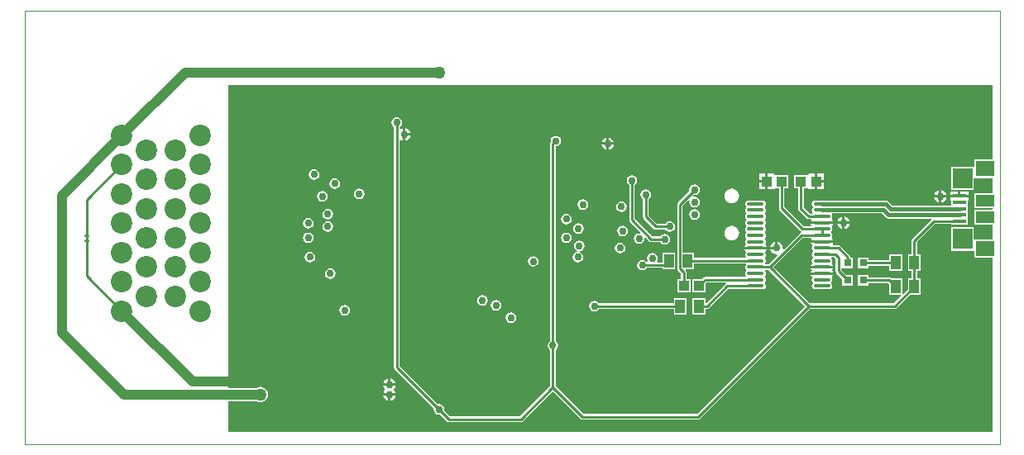
<source format=gbl>
G04*
G04 #@! TF.GenerationSoftware,Altium Limited,Altium Designer,18.1.6 (161)*
G04*
G04 Layer_Physical_Order=2*
G04 Layer_Color=16711680*
%FSLAX25Y25*%
%MOIN*%
G70*
G01*
G75*
%ADD16C,0.01000*%
%ADD17C,0.00100*%
%ADD20R,0.03150X0.03150*%
%ADD21R,0.03937X0.05512*%
%ADD29R,0.04134X0.04134*%
%ADD47C,0.04000*%
%ADD48C,0.08661*%
%ADD49C,0.03000*%
%ADD50C,0.05000*%
%ADD51R,0.07480X0.04724*%
%ADD52R,0.07480X0.06299*%
%ADD53R,0.07874X0.08268*%
%ADD54R,0.05315X0.01575*%
G04:AMPARAMS|DCode=55|XSize=10mil|YSize=19mil|CornerRadius=2.5mil|HoleSize=0mil|Usage=FLASHONLY|Rotation=270.000|XOffset=0mil|YOffset=0mil|HoleType=Round|Shape=RoundedRectangle|*
%AMROUNDEDRECTD55*
21,1,0.01000,0.01400,0,0,270.0*
21,1,0.00500,0.01900,0,0,270.0*
1,1,0.00500,-0.00700,-0.00250*
1,1,0.00500,-0.00700,0.00250*
1,1,0.00500,0.00700,0.00250*
1,1,0.00500,0.00700,-0.00250*
%
%ADD55ROUNDEDRECTD55*%
%ADD56O,0.07087X0.01378*%
%ADD57C,0.01500*%
G36*
X390000Y114891D02*
X382926D01*
Y112241D01*
X382551Y111939D01*
X382426Y111939D01*
X373477D01*
Y102471D01*
X382551D01*
Y107090D01*
X382926Y107392D01*
X383051Y107392D01*
X390000D01*
Y101309D01*
X382926D01*
Y95384D01*
X390000D01*
Y94616D01*
X382926D01*
Y88691D01*
X390000D01*
Y82608D01*
X383051D01*
X382926Y82608D01*
X382551Y82910D01*
Y87529D01*
X373477D01*
Y78061D01*
X382426D01*
X382551Y78061D01*
X382926Y77759D01*
Y75109D01*
X390000D01*
Y5000D01*
X82279Y5000D01*
Y17378D01*
X93325D01*
X93437Y17292D01*
X94191Y16980D01*
X95000Y16873D01*
X95809Y16980D01*
X96563Y17292D01*
X97211Y17789D01*
X97708Y18437D01*
X98020Y19191D01*
X98127Y20000D01*
X98020Y20809D01*
X97708Y21563D01*
X97211Y22211D01*
X96563Y22708D01*
X95809Y23020D01*
X95000Y23127D01*
X94191Y23020D01*
X93437Y22708D01*
X93325Y22622D01*
X82279D01*
Y145000D01*
X390000Y145000D01*
Y114891D01*
D02*
G37*
%LPC*%
G36*
X153500Y127450D02*
Y125500D01*
X155449D01*
X155355Y125976D01*
X154802Y126802D01*
X153975Y127355D01*
X153500Y127450D01*
D02*
G37*
G36*
X155449Y124500D02*
X153500D01*
Y122550D01*
X153975Y122645D01*
X154802Y123198D01*
X155355Y124024D01*
X155449Y124500D01*
D02*
G37*
G36*
X235500Y123699D02*
Y121749D01*
X237450D01*
X237355Y122225D01*
X236802Y123052D01*
X235976Y123604D01*
X235500Y123699D01*
D02*
G37*
G36*
X234500D02*
X234025Y123604D01*
X233198Y123052D01*
X232645Y122225D01*
X232551Y121749D01*
X234500D01*
Y123699D01*
D02*
G37*
G36*
X237450Y120749D02*
X235500D01*
Y118800D01*
X235976Y118895D01*
X236802Y119447D01*
X237355Y120274D01*
X237450Y120749D01*
D02*
G37*
G36*
X234500D02*
X232551D01*
X232645Y120274D01*
X233198Y119447D01*
X234025Y118895D01*
X234500Y118800D01*
Y120749D01*
D02*
G37*
G36*
X116670Y110980D02*
X115851Y110817D01*
X115156Y110353D01*
X114692Y109658D01*
X114529Y108839D01*
X114692Y108019D01*
X115156Y107325D01*
X115851Y106860D01*
X116670Y106697D01*
X117490Y106860D01*
X118184Y107325D01*
X118649Y108019D01*
X118812Y108839D01*
X118649Y109658D01*
X118184Y110353D01*
X117490Y110817D01*
X116670Y110980D01*
D02*
G37*
G36*
X298555Y109118D02*
X295988D01*
Y106552D01*
X298555D01*
Y109118D01*
D02*
G37*
G36*
X322104D02*
X319537D01*
Y106552D01*
X322104D01*
Y109118D01*
D02*
G37*
G36*
X125000Y107279D02*
X124181Y107116D01*
X123486Y106651D01*
X123022Y105957D01*
X122859Y105137D01*
X123022Y104318D01*
X123486Y103623D01*
X124181Y103159D01*
X125000Y102996D01*
X125819Y103159D01*
X126514Y103623D01*
X126978Y104318D01*
X127141Y105137D01*
X126978Y105957D01*
X126514Y106651D01*
X125819Y107116D01*
X125000Y107279D01*
D02*
G37*
G36*
X322104Y105552D02*
X319537D01*
Y102985D01*
X322104D01*
Y105552D01*
D02*
G37*
G36*
X150000Y131965D02*
X149181Y131802D01*
X148486Y131338D01*
X148022Y130643D01*
X147859Y129824D01*
X148022Y129004D01*
X148486Y128310D01*
X148878Y128048D01*
Y31000D01*
X148878Y31000D01*
X148964Y30571D01*
X149207Y30207D01*
X164951Y14463D01*
X164859Y14000D01*
X165022Y13181D01*
X165486Y12486D01*
X166181Y12022D01*
X167000Y11859D01*
X167463Y11951D01*
X170207Y9207D01*
X170207Y9207D01*
X170571Y8964D01*
X171000Y8878D01*
X200000D01*
X200000Y8878D01*
X200429Y8964D01*
X200793Y9207D01*
X212953Y21367D01*
X224113Y10207D01*
X224476Y9964D01*
X224905Y9878D01*
X224906Y9878D01*
X271430D01*
X271430Y9878D01*
X271860Y9964D01*
X272223Y10207D01*
X316552Y54536D01*
X350660D01*
X350660Y54536D01*
X351090Y54621D01*
X351453Y54864D01*
X356821Y60232D01*
X361159D01*
Y66943D01*
X359712D01*
Y69818D01*
X361159D01*
Y76530D01*
X359712D01*
Y81535D01*
X366937Y88760D01*
X373477D01*
Y88494D01*
X379992D01*
Y91053D01*
Y93613D01*
Y98331D01*
X380392D01*
Y99618D01*
X376734D01*
X373077D01*
Y98331D01*
X373477D01*
Y96376D01*
X349553D01*
X347973Y97956D01*
X347527Y98255D01*
X347000Y98360D01*
X325828D01*
X325679Y98389D01*
X321386D01*
X321073Y98327D01*
X318531D01*
X318029Y98227D01*
X317602Y97942D01*
X317317Y97516D01*
X317217Y97013D01*
X317317Y96510D01*
X317602Y96083D01*
X317676Y96034D01*
Y95432D01*
X317602Y95383D01*
X317317Y94956D01*
X317217Y94454D01*
X317317Y93951D01*
X317602Y93524D01*
X317615Y93516D01*
X317463Y93016D01*
X316505D01*
X314056Y95465D01*
Y103385D01*
X315470D01*
X315602Y103385D01*
X315970Y103067D01*
Y102985D01*
X318537D01*
Y106052D01*
Y109118D01*
X315970D01*
Y109036D01*
X315602Y108719D01*
X315470Y108719D01*
X310268D01*
Y103385D01*
X311813D01*
Y95000D01*
X311813Y95000D01*
X311899Y94571D01*
X312142Y94207D01*
X315247Y91101D01*
X315247Y91101D01*
X315611Y90858D01*
X316040Y90773D01*
X316040Y90773D01*
X316859D01*
X317127Y90273D01*
X316940Y89995D01*
X316909Y89836D01*
X321386D01*
X325863D01*
X325831Y89995D01*
X325458Y90553D01*
X325421Y90578D01*
X325346Y91229D01*
X325454Y91392D01*
X325554Y91895D01*
X325454Y92397D01*
X325334Y92577D01*
X325602Y93077D01*
X325679D01*
X325828Y93107D01*
X345394D01*
X347033Y91468D01*
X347033Y91468D01*
X347480Y91169D01*
X348007Y91065D01*
X348007Y91065D01*
X365384D01*
X365433Y91000D01*
X365569Y90565D01*
X357798Y82793D01*
X357554Y82429D01*
X357469Y82000D01*
X357469Y82000D01*
Y76530D01*
X356022D01*
Y69818D01*
X357469D01*
Y66943D01*
X356022D01*
Y62605D01*
X354141Y60724D01*
X353679Y60915D01*
Y66943D01*
X349339D01*
X348980Y67183D01*
X348551Y67268D01*
X348551Y67268D01*
X340175D01*
Y68321D01*
X335825D01*
Y63972D01*
X340175D01*
Y65025D01*
X348087D01*
X348542Y64570D01*
Y60232D01*
X352995D01*
X353187Y59770D01*
X350196Y56779D01*
X316552D01*
X301909Y71422D01*
X313583Y83096D01*
X316859D01*
X317127Y82596D01*
X316940Y82317D01*
X316909Y82158D01*
X321386D01*
X325863D01*
X325831Y82317D01*
X325458Y82876D01*
X325421Y82901D01*
X325346Y83552D01*
X325454Y83714D01*
X325554Y84217D01*
X325454Y84720D01*
X325169Y85147D01*
X325095Y85196D01*
Y85798D01*
X325169Y85847D01*
X325454Y86273D01*
X325554Y86776D01*
X325454Y87279D01*
X325346Y87442D01*
X325421Y88093D01*
X325458Y88118D01*
X325831Y88677D01*
X325863Y88836D01*
X321386D01*
X316909D01*
X316940Y88677D01*
X317127Y88398D01*
X316859Y87898D01*
X313992D01*
X306279Y95611D01*
Y103385D01*
X307824D01*
Y108719D01*
X302622D01*
X302490Y108719D01*
X302122Y109036D01*
Y109118D01*
X299555D01*
Y106052D01*
Y102985D01*
X302122D01*
Y103067D01*
X302490Y103385D01*
X302622Y103385D01*
X304036D01*
Y95146D01*
X304036Y95146D01*
X304121Y94717D01*
X304364Y94353D01*
X312734Y85983D01*
X312734Y85983D01*
X312978Y85821D01*
X312935Y85327D01*
X312925Y85300D01*
X312689Y85254D01*
X312325Y85010D01*
X312325Y85010D01*
X305971Y78656D01*
X305510Y78902D01*
X305549Y79099D01*
X305355Y80075D01*
X304802Y80902D01*
X303976Y81454D01*
X303500Y81549D01*
Y79099D01*
X303000D01*
Y78599D01*
X300551D01*
X300645Y78124D01*
X301198Y77297D01*
X302025Y76744D01*
X303000Y76550D01*
X303197Y76590D01*
X303443Y76129D01*
X299858Y72544D01*
X298537D01*
X298386Y73044D01*
X298398Y73052D01*
X298683Y73478D01*
X298783Y73981D01*
X298683Y74484D01*
X298398Y74910D01*
X298324Y74960D01*
Y75561D01*
X298398Y75611D01*
X298683Y76037D01*
X298783Y76540D01*
X298683Y77043D01*
X298574Y77205D01*
X298649Y77857D01*
X298686Y77882D01*
X299060Y78440D01*
X299091Y78599D01*
X294614D01*
X290137D01*
X290169Y78440D01*
X290542Y77882D01*
X290579Y77857D01*
X290654Y77205D01*
X290546Y77043D01*
X290446Y76540D01*
X290546Y76037D01*
X290831Y75611D01*
X290843Y75603D01*
X290691Y75103D01*
X269734D01*
Y77356D01*
X265218D01*
Y96234D01*
X267529Y98545D01*
X267989Y98298D01*
X267859Y97641D01*
X268022Y96822D01*
X268486Y96127D01*
X269181Y95663D01*
X270000Y95500D01*
X270819Y95663D01*
X271514Y96127D01*
X271978Y96822D01*
X272141Y97641D01*
X271978Y98461D01*
X271514Y99155D01*
X270819Y99620D01*
X270000Y99782D01*
X269343Y99652D01*
X269097Y100113D01*
X269537Y100553D01*
X270000Y100461D01*
X270819Y100624D01*
X271514Y101088D01*
X271978Y101783D01*
X272141Y102602D01*
X271978Y103421D01*
X271514Y104116D01*
X270819Y104580D01*
X270000Y104743D01*
X269181Y104580D01*
X268486Y104116D01*
X268022Y103421D01*
X267859Y102602D01*
X267951Y102139D01*
X263304Y97492D01*
X263061Y97128D01*
X262975Y96699D01*
X262975Y96699D01*
Y70789D01*
X262975Y70789D01*
X263061Y70359D01*
X263304Y69995D01*
X264516Y68783D01*
Y66412D01*
X262971D01*
Y61078D01*
X268305D01*
Y66412D01*
X266759D01*
Y69248D01*
X266759Y69248D01*
X266674Y69677D01*
X266431Y70041D01*
X266431Y70041D01*
X266289Y70182D01*
X266481Y70644D01*
X269734D01*
Y72860D01*
X290691D01*
X290843Y72360D01*
X290831Y72351D01*
X290546Y71925D01*
X290446Y71422D01*
X290546Y70919D01*
X290831Y70493D01*
X290905Y70443D01*
Y69842D01*
X290831Y69792D01*
X290546Y69366D01*
X290446Y68863D01*
X290546Y68360D01*
X290831Y67934D01*
X290843Y67926D01*
X290691Y67426D01*
X274299D01*
X274299Y67426D01*
X273870Y67340D01*
X273506Y67097D01*
X273506Y67097D01*
X272821Y66412D01*
X269073D01*
Y61078D01*
X274407D01*
Y64826D01*
X274764Y65182D01*
X282475D01*
X282627Y64682D01*
X282410Y64538D01*
X282410Y64538D01*
X274809Y56936D01*
X274309Y57143D01*
Y59013D01*
X269172D01*
Y52301D01*
X274309D01*
Y54536D01*
X275116D01*
X275116Y54536D01*
X275545Y54621D01*
X275909Y54864D01*
X283668Y62623D01*
X291118D01*
X291257Y62531D01*
X291760Y62431D01*
X297468D01*
X297971Y62531D01*
X298398Y62816D01*
X298683Y63242D01*
X298783Y63745D01*
X298683Y64248D01*
X298398Y64674D01*
X298324Y64724D01*
Y65325D01*
X298398Y65375D01*
X298683Y65801D01*
X298783Y66304D01*
X298683Y66807D01*
X298398Y67233D01*
X298324Y67283D01*
Y67884D01*
X298398Y67934D01*
X298683Y68360D01*
X298783Y68863D01*
X298683Y69366D01*
X298398Y69792D01*
X298386Y69801D01*
X298537Y70301D01*
X299858D01*
X314502Y55657D01*
X270966Y12122D01*
X225370D01*
X214074Y23417D01*
Y38027D01*
X214467Y38289D01*
X214931Y38984D01*
X215094Y39803D01*
X214931Y40622D01*
X214467Y41317D01*
X214074Y41579D01*
Y120089D01*
X214110Y120118D01*
X214929Y120281D01*
X215624Y120745D01*
X216088Y121440D01*
X216251Y122259D01*
X216088Y123079D01*
X215624Y123773D01*
X214929Y124237D01*
X214110Y124400D01*
X213290Y124237D01*
X212596Y123773D01*
X212132Y123079D01*
X211968Y122259D01*
X212068Y121758D01*
X211917Y121532D01*
X211831Y121102D01*
X211831Y121102D01*
Y41579D01*
X211439Y41317D01*
X210975Y40622D01*
X210812Y39803D01*
X210975Y38984D01*
X211439Y38289D01*
X211831Y38027D01*
Y23417D01*
X199535Y11122D01*
X171465D01*
X169049Y13537D01*
X169141Y14000D01*
X168978Y14819D01*
X168514Y15514D01*
X167819Y15978D01*
X167000Y16141D01*
X166537Y16049D01*
X151122Y31465D01*
Y122647D01*
X151622Y122914D01*
X152024Y122645D01*
X152500Y122550D01*
Y125000D01*
Y127450D01*
X152024Y127355D01*
X151622Y127086D01*
X151122Y127353D01*
Y128048D01*
X151514Y128310D01*
X151978Y129004D01*
X152141Y129824D01*
X151978Y130643D01*
X151514Y131338D01*
X150819Y131802D01*
X150000Y131965D01*
D02*
G37*
G36*
X298555Y105552D02*
X295988D01*
Y102985D01*
X298555D01*
Y105552D01*
D02*
G37*
G36*
X380392Y101906D02*
X377234D01*
Y100618D01*
X380392D01*
Y101906D01*
D02*
G37*
G36*
X376234D02*
X373077D01*
Y100618D01*
X376234D01*
Y101906D01*
D02*
G37*
G36*
X369500Y102450D02*
Y100500D01*
X371449D01*
X371355Y100976D01*
X370802Y101802D01*
X369975Y102355D01*
X369500Y102450D01*
D02*
G37*
G36*
X368500D02*
X368024Y102355D01*
X367198Y101802D01*
X366645Y100976D01*
X366550Y100500D01*
X368500D01*
Y102450D01*
D02*
G37*
G36*
X134925Y103106D02*
X134106Y102943D01*
X133412Y102479D01*
X132947Y101784D01*
X132784Y100965D01*
X132947Y100145D01*
X133412Y99451D01*
X134106Y98986D01*
X134925Y98823D01*
X135745Y98986D01*
X136440Y99451D01*
X136904Y100145D01*
X137067Y100965D01*
X136904Y101784D01*
X136440Y102479D01*
X135745Y102943D01*
X134925Y103106D01*
D02*
G37*
G36*
X120000Y102141D02*
X119181Y101978D01*
X118486Y101514D01*
X118022Y100819D01*
X117859Y100000D01*
X118022Y99181D01*
X118486Y98486D01*
X119181Y98022D01*
X120000Y97859D01*
X120819Y98022D01*
X121514Y98486D01*
X121978Y99181D01*
X122141Y100000D01*
X121978Y100819D01*
X121514Y101514D01*
X120819Y101978D01*
X120000Y102141D01*
D02*
G37*
G36*
X371449Y99500D02*
X369500D01*
Y97550D01*
X369975Y97645D01*
X370802Y98198D01*
X371355Y99024D01*
X371449Y99500D01*
D02*
G37*
G36*
X368500D02*
X366550D01*
X366645Y99024D01*
X367198Y98198D01*
X368024Y97645D01*
X368500Y97550D01*
Y99500D01*
D02*
G37*
G36*
X285000Y103135D02*
X284225Y103033D01*
X283503Y102734D01*
X282883Y102259D01*
X282407Y101638D01*
X282108Y100916D01*
X282006Y100141D01*
X282108Y99366D01*
X282407Y98644D01*
X282883Y98024D01*
X283503Y97548D01*
X284225Y97249D01*
X285000Y97147D01*
X285775Y97249D01*
X286497Y97548D01*
X287117Y98024D01*
X287593Y98644D01*
X287892Y99366D01*
X287994Y100141D01*
X287892Y100916D01*
X287593Y101638D01*
X287117Y102259D01*
X286497Y102734D01*
X285775Y103033D01*
X285000Y103135D01*
D02*
G37*
G36*
X225000Y98838D02*
X224181Y98675D01*
X223486Y98210D01*
X223022Y97516D01*
X222859Y96696D01*
X223022Y95877D01*
X223486Y95182D01*
X224181Y94718D01*
X225000Y94555D01*
X225819Y94718D01*
X226514Y95182D01*
X226978Y95877D01*
X227141Y96696D01*
X226978Y97516D01*
X226514Y98210D01*
X225819Y98675D01*
X225000Y98838D01*
D02*
G37*
G36*
X240500Y97944D02*
X239681Y97781D01*
X238986Y97317D01*
X238522Y96623D01*
X238359Y95803D01*
X238522Y94984D01*
X238986Y94289D01*
X239681Y93825D01*
X240500Y93662D01*
X241320Y93825D01*
X242014Y94289D01*
X242479Y94984D01*
X242642Y95803D01*
X242479Y96623D01*
X242014Y97317D01*
X241320Y97781D01*
X240500Y97944D01*
D02*
G37*
G36*
X122241Y94901D02*
X121421Y94738D01*
X120727Y94273D01*
X120262Y93579D01*
X120099Y92759D01*
X120262Y91940D01*
X120727Y91245D01*
X121421Y90781D01*
X122241Y90618D01*
X123060Y90781D01*
X123755Y91245D01*
X124219Y91940D01*
X124382Y92759D01*
X124219Y93579D01*
X123755Y94273D01*
X123060Y94738D01*
X122241Y94901D01*
D02*
G37*
G36*
X270000Y94782D02*
X269181Y94620D01*
X268486Y94155D01*
X268022Y93461D01*
X267859Y92641D01*
X268022Y91822D01*
X268486Y91127D01*
X269181Y90663D01*
X270000Y90500D01*
X270819Y90663D01*
X271514Y91127D01*
X271978Y91822D01*
X272141Y92641D01*
X271978Y93461D01*
X271514Y94155D01*
X270819Y94620D01*
X270000Y94782D01*
D02*
G37*
G36*
X330500Y91785D02*
Y89836D01*
X332450D01*
X332355Y90311D01*
X331802Y91138D01*
X330976Y91690D01*
X330500Y91785D01*
D02*
G37*
G36*
X329500D02*
X329025Y91690D01*
X328198Y91138D01*
X327645Y90311D01*
X327551Y89836D01*
X329500D01*
Y91785D01*
D02*
G37*
G36*
X218315Y92932D02*
X217496Y92769D01*
X216801Y92305D01*
X216337Y91610D01*
X216174Y90791D01*
X216337Y89972D01*
X216801Y89277D01*
X217496Y88813D01*
X218315Y88650D01*
X219134Y88813D01*
X219829Y89277D01*
X220293Y89972D01*
X220456Y90791D01*
X220293Y91610D01*
X219829Y92305D01*
X219134Y92769D01*
X218315Y92932D01*
D02*
G37*
G36*
X114315Y91295D02*
X113496Y91132D01*
X112801Y90668D01*
X112337Y89973D01*
X112174Y89153D01*
X112337Y88334D01*
X112801Y87639D01*
X113496Y87175D01*
X114315Y87012D01*
X115134Y87175D01*
X115829Y87639D01*
X116293Y88334D01*
X116456Y89153D01*
X116293Y89973D01*
X115829Y90668D01*
X115134Y91132D01*
X114315Y91295D01*
D02*
G37*
G36*
X332450Y88836D02*
X330500D01*
Y86886D01*
X330976Y86980D01*
X331802Y87533D01*
X332355Y88360D01*
X332450Y88836D01*
D02*
G37*
G36*
X329500D02*
X327551D01*
X327645Y88360D01*
X328198Y87533D01*
X329025Y86980D01*
X329500Y86886D01*
Y88836D01*
D02*
G37*
G36*
X250374Y102775D02*
X249555Y102612D01*
X248860Y102147D01*
X248396Y101453D01*
X248233Y100633D01*
X248396Y99814D01*
X248860Y99119D01*
X249253Y98857D01*
Y91754D01*
X249252Y91754D01*
X249338Y91325D01*
X249581Y90961D01*
X253575Y86966D01*
X253575Y86966D01*
X253939Y86723D01*
X254368Y86638D01*
X258224D01*
X258486Y86245D01*
X259181Y85781D01*
X260000Y85618D01*
X260819Y85781D01*
X261514Y86245D01*
X261978Y86940D01*
X262141Y87759D01*
X261978Y88579D01*
X261514Y89273D01*
X260819Y89738D01*
X260000Y89901D01*
X259181Y89738D01*
X258486Y89273D01*
X258224Y88881D01*
X254833D01*
X251496Y92218D01*
Y98857D01*
X251888Y99119D01*
X252352Y99814D01*
X252515Y100633D01*
X252352Y101453D01*
X251888Y102147D01*
X251193Y102612D01*
X250374Y102775D01*
D02*
G37*
G36*
X122241Y89901D02*
X121421Y89738D01*
X120727Y89273D01*
X120262Y88579D01*
X120099Y87759D01*
X120262Y86940D01*
X120727Y86245D01*
X121421Y85781D01*
X122241Y85618D01*
X123060Y85781D01*
X123755Y86245D01*
X124219Y86940D01*
X124382Y87759D01*
X124219Y88579D01*
X123755Y89273D01*
X123060Y89738D01*
X122241Y89901D01*
D02*
G37*
G36*
X244783Y108521D02*
X243964Y108358D01*
X243269Y107894D01*
X242805Y107199D01*
X242642Y106380D01*
X242805Y105560D01*
X243269Y104866D01*
X243662Y104604D01*
Y90476D01*
X243662Y90476D01*
X243747Y90047D01*
X243990Y89683D01*
X248204Y85469D01*
X247958Y85009D01*
X247709Y85058D01*
X246890Y84895D01*
X246195Y84431D01*
X245731Y83736D01*
X245568Y82917D01*
X245731Y82098D01*
X246195Y81403D01*
X246890Y80939D01*
X247709Y80776D01*
X248529Y80939D01*
X249223Y81403D01*
X249687Y82098D01*
X249850Y82917D01*
X249801Y83165D01*
X250262Y83412D01*
X251825Y81848D01*
X251825Y81848D01*
X252189Y81605D01*
X252618Y81520D01*
X252618Y81520D01*
X256224D01*
X256486Y81127D01*
X257181Y80663D01*
X258000Y80500D01*
X258819Y80663D01*
X259514Y81127D01*
X259978Y81822D01*
X260141Y82641D01*
X259978Y83461D01*
X259514Y84155D01*
X258819Y84619D01*
X258000Y84782D01*
X257181Y84619D01*
X256486Y84155D01*
X256224Y83763D01*
X253083D01*
X245905Y90940D01*
Y104604D01*
X246298Y104866D01*
X246762Y105560D01*
X246925Y106380D01*
X246762Y107199D01*
X246298Y107894D01*
X245603Y108358D01*
X244783Y108521D01*
D02*
G37*
G36*
X223178Y89141D02*
X222358Y88978D01*
X221664Y88514D01*
X221199Y87819D01*
X221037Y87000D01*
X221199Y86181D01*
X221664Y85486D01*
X222358Y85022D01*
X223178Y84859D01*
X223997Y85022D01*
X224692Y85486D01*
X225156Y86181D01*
X225319Y87000D01*
X225156Y87819D01*
X224692Y88514D01*
X223997Y88978D01*
X223178Y89141D01*
D02*
G37*
G36*
X241075Y88141D02*
X240255Y87978D01*
X239561Y87514D01*
X239097Y86819D01*
X238934Y86000D01*
X239097Y85181D01*
X239561Y84486D01*
X240255Y84022D01*
X241075Y83859D01*
X241894Y84022D01*
X242589Y84486D01*
X243053Y85181D01*
X243216Y86000D01*
X243053Y86819D01*
X242589Y87514D01*
X241894Y87978D01*
X241075Y88141D01*
D02*
G37*
G36*
X285000Y88135D02*
X284225Y88033D01*
X283503Y87734D01*
X282883Y87258D01*
X282407Y86638D01*
X282108Y85916D01*
X282006Y85141D01*
X282108Y84366D01*
X282407Y83644D01*
X282883Y83024D01*
X283503Y82548D01*
X284225Y82249D01*
X285000Y82147D01*
X285775Y82249D01*
X286497Y82548D01*
X287117Y83024D01*
X287593Y83644D01*
X287892Y84366D01*
X287994Y85141D01*
X287892Y85916D01*
X287593Y86638D01*
X287117Y87258D01*
X286497Y87734D01*
X285775Y88033D01*
X285000Y88135D01*
D02*
G37*
G36*
X218315Y85389D02*
X217496Y85226D01*
X216801Y84762D01*
X216337Y84067D01*
X216174Y83248D01*
X216337Y82429D01*
X216801Y81734D01*
X217496Y81270D01*
X218315Y81107D01*
X219134Y81270D01*
X219829Y81734D01*
X220293Y82429D01*
X220456Y83248D01*
X220293Y84067D01*
X219829Y84762D01*
X219134Y85226D01*
X218315Y85389D01*
D02*
G37*
G36*
X114371D02*
X113551Y85226D01*
X112857Y84762D01*
X112392Y84067D01*
X112230Y83248D01*
X112392Y82429D01*
X112857Y81734D01*
X113551Y81270D01*
X114371Y81107D01*
X115190Y81270D01*
X115885Y81734D01*
X116349Y82429D01*
X116512Y83248D01*
X116349Y84067D01*
X115885Y84762D01*
X115190Y85226D01*
X114371Y85389D01*
D02*
G37*
G36*
X302500Y81549D02*
X302025Y81454D01*
X301198Y80902D01*
X300645Y80075D01*
X300551Y79599D01*
X302500D01*
Y81549D01*
D02*
G37*
G36*
X297468Y98327D02*
X291760D01*
X291257Y98227D01*
X290831Y97942D01*
X290546Y97516D01*
X290446Y97013D01*
X290546Y96510D01*
X290831Y96083D01*
X290905Y96034D01*
Y95432D01*
X290831Y95383D01*
X290546Y94956D01*
X290446Y94454D01*
X290546Y93951D01*
X290831Y93524D01*
X290905Y93475D01*
Y92873D01*
X290831Y92824D01*
X290546Y92397D01*
X290446Y91895D01*
X290546Y91392D01*
X290831Y90965D01*
X290905Y90916D01*
Y90314D01*
X290831Y90265D01*
X290546Y89838D01*
X290446Y89336D01*
X290546Y88833D01*
X290831Y88406D01*
X290905Y88357D01*
Y87755D01*
X290831Y87706D01*
X290546Y87279D01*
X290446Y86776D01*
X290546Y86273D01*
X290831Y85847D01*
X290905Y85798D01*
Y85196D01*
X290831Y85147D01*
X290546Y84720D01*
X290446Y84217D01*
X290546Y83714D01*
X290831Y83288D01*
X290905Y83239D01*
Y82637D01*
X290831Y82588D01*
X290546Y82161D01*
X290446Y81658D01*
X290546Y81155D01*
X290654Y80993D01*
X290579Y80342D01*
X290542Y80317D01*
X290169Y79758D01*
X290137Y79599D01*
X294614D01*
X299091D01*
X299060Y79758D01*
X298686Y80317D01*
X298649Y80342D01*
X298574Y80993D01*
X298683Y81155D01*
X298783Y81658D01*
X298683Y82161D01*
X298398Y82588D01*
X298324Y82637D01*
Y83239D01*
X298398Y83288D01*
X298683Y83714D01*
X298783Y84217D01*
X298683Y84720D01*
X298398Y85147D01*
X298324Y85196D01*
Y85798D01*
X298398Y85847D01*
X298683Y86273D01*
X298783Y86776D01*
X298683Y87279D01*
X298398Y87706D01*
X298324Y87755D01*
Y88357D01*
X298398Y88406D01*
X298683Y88833D01*
X298783Y89336D01*
X298683Y89838D01*
X298398Y90265D01*
X298324Y90314D01*
Y90916D01*
X298398Y90965D01*
X298683Y91392D01*
X298783Y91895D01*
X298683Y92397D01*
X298398Y92824D01*
X298324Y92873D01*
Y93475D01*
X298398Y93524D01*
X298683Y93951D01*
X298783Y94454D01*
X298683Y94956D01*
X298398Y95383D01*
X298324Y95432D01*
Y96034D01*
X298398Y96083D01*
X298683Y96510D01*
X298783Y97013D01*
X298683Y97516D01*
X298398Y97942D01*
X297971Y98227D01*
X297468Y98327D01*
D02*
G37*
G36*
X240000Y81240D02*
X239181Y81077D01*
X238486Y80613D01*
X238022Y79919D01*
X237859Y79099D01*
X238022Y78280D01*
X238486Y77585D01*
X239181Y77121D01*
X240000Y76958D01*
X240819Y77121D01*
X241514Y77585D01*
X241978Y78280D01*
X242141Y79099D01*
X241978Y79919D01*
X241514Y80613D01*
X240819Y81077D01*
X240000Y81240D01*
D02*
G37*
G36*
X353679Y76530D02*
X348542D01*
Y74296D01*
X340175D01*
Y75349D01*
X335825D01*
Y70999D01*
X340175D01*
Y72053D01*
X348542D01*
Y69818D01*
X353679D01*
Y76530D01*
D02*
G37*
G36*
X262253Y77356D02*
X257117D01*
Y73333D01*
X255075D01*
X254808Y73833D01*
X255069Y74224D01*
X255232Y75043D01*
X255069Y75862D01*
X254605Y76557D01*
X253910Y77021D01*
X253091Y77184D01*
X252271Y77021D01*
X251576Y76557D01*
X251112Y75862D01*
X250949Y75043D01*
X251112Y74224D01*
X251217Y74067D01*
X250955Y73559D01*
X250663Y73549D01*
X250546Y73725D01*
X249851Y74190D01*
X249031Y74353D01*
X248212Y74190D01*
X247517Y73725D01*
X247053Y73031D01*
X246890Y72211D01*
X247053Y71392D01*
X247517Y70697D01*
X248212Y70233D01*
X249031Y70070D01*
X249851Y70233D01*
X250546Y70697D01*
X250808Y71090D01*
X257117D01*
Y70644D01*
X262253D01*
Y77356D01*
D02*
G37*
G36*
X223570Y82141D02*
X222750Y81978D01*
X222056Y81514D01*
X221591Y80819D01*
X221428Y80000D01*
X221591Y79181D01*
X222056Y78486D01*
X222691Y78062D01*
X222703Y77821D01*
X222638Y77542D01*
X222181Y77451D01*
X221486Y76986D01*
X221022Y76292D01*
X220859Y75472D01*
X221022Y74653D01*
X221486Y73958D01*
X222181Y73494D01*
X223000Y73331D01*
X223819Y73494D01*
X224514Y73958D01*
X224978Y74653D01*
X225141Y75472D01*
X224978Y76292D01*
X224514Y76986D01*
X223879Y77411D01*
X223866Y77651D01*
X223932Y77931D01*
X224389Y78022D01*
X225084Y78486D01*
X225548Y79181D01*
X225711Y80000D01*
X225548Y80819D01*
X225084Y81514D01*
X224389Y81978D01*
X223570Y82141D01*
D02*
G37*
G36*
X115000Y77614D02*
X114181Y77451D01*
X113486Y76986D01*
X113022Y76292D01*
X112859Y75472D01*
X113022Y74653D01*
X113486Y73958D01*
X114181Y73494D01*
X115000Y73331D01*
X115819Y73494D01*
X116514Y73958D01*
X116978Y74653D01*
X117141Y75472D01*
X116978Y76292D01*
X116514Y76986D01*
X115819Y77451D01*
X115000Y77614D01*
D02*
G37*
G36*
X205000Y75872D02*
X204181Y75709D01*
X203486Y75245D01*
X203022Y74550D01*
X202859Y73731D01*
X203022Y72912D01*
X203486Y72217D01*
X204181Y71753D01*
X205000Y71590D01*
X205819Y71753D01*
X206514Y72217D01*
X206978Y72912D01*
X207141Y73731D01*
X206978Y74550D01*
X206514Y75245D01*
X205819Y75709D01*
X205000Y75872D01*
D02*
G37*
G36*
X325863Y70922D02*
X321386D01*
X316909D01*
X316940Y70763D01*
X317314Y70204D01*
Y70081D01*
X316940Y69522D01*
X316909Y69363D01*
X321386D01*
X325863D01*
X325831Y69522D01*
X325458Y70081D01*
Y70204D01*
X325831Y70763D01*
X325863Y70922D01*
D02*
G37*
G36*
X123235Y71004D02*
X122416Y70841D01*
X121721Y70377D01*
X121257Y69682D01*
X121094Y68863D01*
X121257Y68044D01*
X121721Y67349D01*
X122416Y66885D01*
X123235Y66722D01*
X124055Y66885D01*
X124749Y67349D01*
X125213Y68044D01*
X125376Y68863D01*
X125213Y69682D01*
X124749Y70377D01*
X124055Y70841D01*
X123235Y71004D01*
D02*
G37*
G36*
X325863Y81158D02*
X321386D01*
X316909D01*
X316940Y80999D01*
X317314Y80441D01*
X317351Y80416D01*
X317426Y79764D01*
X317317Y79602D01*
X317217Y79099D01*
X317317Y78596D01*
X317602Y78170D01*
X317676Y78120D01*
Y77519D01*
X317602Y77469D01*
X317317Y77043D01*
X317217Y76540D01*
X317317Y76037D01*
X317602Y75611D01*
X317676Y75561D01*
Y74960D01*
X317602Y74910D01*
X317317Y74484D01*
X317217Y73981D01*
X317317Y73478D01*
X317426Y73316D01*
X317351Y72664D01*
X317314Y72640D01*
X316940Y72081D01*
X316909Y71922D01*
X321386D01*
X325863D01*
X325831Y72081D01*
X325458Y72640D01*
X325421Y72664D01*
X325346Y73316D01*
X325454Y73478D01*
X325554Y73981D01*
X325454Y74484D01*
X325169Y74910D01*
X325157Y74919D01*
X325309Y75419D01*
X326250D01*
X326878Y74790D01*
Y69847D01*
X326878Y69847D01*
X326964Y69418D01*
X327207Y69054D01*
X329526Y66735D01*
Y63972D01*
X333876D01*
Y68321D01*
X331112D01*
X329130Y70304D01*
X329166Y70794D01*
X329526Y70999D01*
X333876D01*
Y75349D01*
X333303D01*
X332822Y75398D01*
X332737Y75828D01*
X332494Y76192D01*
X332494Y76192D01*
X328793Y79892D01*
X328429Y80136D01*
X328000Y80221D01*
X328000Y80221D01*
X325912D01*
X325645Y80721D01*
X325831Y80999D01*
X325863Y81158D01*
D02*
G37*
G36*
Y68363D02*
X321386D01*
X316909D01*
X316940Y68204D01*
X317314Y67645D01*
X317351Y67621D01*
X317426Y66969D01*
X317317Y66807D01*
X317217Y66304D01*
X317317Y65801D01*
X317602Y65375D01*
X317676Y65325D01*
Y64724D01*
X317602Y64674D01*
X317317Y64248D01*
X317217Y63745D01*
X317317Y63242D01*
X317602Y62816D01*
X318029Y62531D01*
X318531Y62431D01*
X324240D01*
X324743Y62531D01*
X325169Y62816D01*
X325454Y63242D01*
X325554Y63745D01*
X325454Y64248D01*
X325169Y64674D01*
X325095Y64724D01*
Y65325D01*
X325169Y65375D01*
X325454Y65801D01*
X325554Y66304D01*
X325454Y66807D01*
X325346Y66969D01*
X325421Y67621D01*
X325458Y67645D01*
X325831Y68204D01*
X325863Y68363D01*
D02*
G37*
G36*
X266828Y59013D02*
X261691D01*
Y56779D01*
X231534D01*
X231272Y57171D01*
X230577Y57635D01*
X229758Y57798D01*
X228938Y57635D01*
X228244Y57171D01*
X227780Y56477D01*
X227617Y55657D01*
X227780Y54838D01*
X228244Y54143D01*
X228938Y53679D01*
X229758Y53516D01*
X230577Y53679D01*
X231272Y54143D01*
X231534Y54536D01*
X261691D01*
Y52301D01*
X266828D01*
Y59013D01*
D02*
G37*
G36*
X184500Y60141D02*
X183681Y59978D01*
X182986Y59514D01*
X182522Y58819D01*
X182359Y58000D01*
X182522Y57181D01*
X182986Y56486D01*
X183681Y56022D01*
X184500Y55859D01*
X185319Y56022D01*
X186014Y56486D01*
X186478Y57181D01*
X186641Y58000D01*
X186478Y58819D01*
X186014Y59514D01*
X185319Y59978D01*
X184500Y60141D01*
D02*
G37*
G36*
X190000Y58141D02*
X189181Y57978D01*
X188486Y57514D01*
X188022Y56819D01*
X187859Y56000D01*
X188022Y55181D01*
X188486Y54486D01*
X189181Y54022D01*
X190000Y53859D01*
X190819Y54022D01*
X191514Y54486D01*
X191978Y55181D01*
X192141Y56000D01*
X191978Y56819D01*
X191514Y57514D01*
X190819Y57978D01*
X190000Y58141D01*
D02*
G37*
G36*
X129000Y56141D02*
X128181Y55978D01*
X127486Y55514D01*
X127022Y54819D01*
X126859Y54000D01*
X127022Y53181D01*
X127486Y52486D01*
X128181Y52022D01*
X129000Y51859D01*
X129819Y52022D01*
X130514Y52486D01*
X130978Y53181D01*
X131141Y54000D01*
X130978Y54819D01*
X130514Y55514D01*
X129819Y55978D01*
X129000Y56141D01*
D02*
G37*
G36*
X196000Y53141D02*
X195181Y52978D01*
X194486Y52514D01*
X194022Y51819D01*
X193859Y51000D01*
X194022Y50181D01*
X194486Y49486D01*
X195181Y49022D01*
X196000Y48859D01*
X196819Y49022D01*
X197514Y49486D01*
X197978Y50181D01*
X198141Y51000D01*
X197978Y51819D01*
X197514Y52514D01*
X196819Y52978D01*
X196000Y53141D01*
D02*
G37*
G36*
X147500Y26449D02*
Y24500D01*
X149450D01*
X149355Y24975D01*
X148802Y25802D01*
X147976Y26355D01*
X147500Y26449D01*
D02*
G37*
G36*
X146500D02*
X146025Y26355D01*
X145198Y25802D01*
X144645Y24975D01*
X144551Y24500D01*
X146500D01*
Y26449D01*
D02*
G37*
G36*
X149450Y23500D02*
X144551D01*
X144645Y23024D01*
X145198Y22198D01*
Y21802D01*
X144645Y20976D01*
X144551Y20500D01*
X149450D01*
X149355Y20976D01*
X148802Y21802D01*
Y22198D01*
X149355Y23024D01*
X149450Y23500D01*
D02*
G37*
G36*
Y19500D02*
X147500D01*
Y17550D01*
X147976Y17645D01*
X148802Y18198D01*
X149355Y19025D01*
X149450Y19500D01*
D02*
G37*
G36*
X146500D02*
X144551D01*
X144645Y19025D01*
X145198Y18198D01*
X146025Y17645D01*
X146500Y17550D01*
Y19500D01*
D02*
G37*
%LPD*%
D16*
X271430Y11000D02*
X316088Y55657D01*
X224905Y11000D02*
X271430D01*
X264097Y96699D02*
X270000Y102602D01*
X264097Y70789D02*
Y96699D01*
Y70789D02*
X265638Y69248D01*
Y63745D02*
Y69248D01*
X254368Y87759D02*
X260000D01*
X252618Y82641D02*
X258000D01*
X250374Y91754D02*
X254368Y87759D01*
X244783Y90476D02*
X252618Y82641D01*
X250374Y91754D02*
Y100633D01*
X244783Y90476D02*
Y106380D01*
X270000Y101606D02*
Y102602D01*
X212953Y121102D02*
X214110Y122259D01*
X212953Y39803D02*
Y121102D01*
X214110Y122259D02*
Y122796D01*
X212953Y22953D02*
X224905Y11000D01*
X150000Y31000D02*
Y129824D01*
Y31000D02*
X167000Y14000D01*
X350660Y55657D02*
X358591Y63587D01*
X316088Y55657D02*
X350660D01*
X300323Y71422D02*
X316088Y55657D01*
X212953Y22953D02*
Y39803D01*
X200000Y10000D02*
X212953Y22953D01*
X171000Y10000D02*
X200000D01*
X167000Y14000D02*
X171000Y10000D01*
X25000Y98524D02*
X39252Y112776D01*
X25000Y83750D02*
Y98524D01*
Y67972D02*
Y81750D01*
Y67972D02*
X39252Y53720D01*
X25000Y81750D02*
Y83750D01*
X267165Y74000D02*
X267184Y73981D01*
X249031Y72211D02*
X257896D01*
X259685Y74000D01*
X229758Y55657D02*
X264260D01*
X358591Y82000D02*
X366472Y89882D01*
X305157Y95146D02*
X313527Y86776D01*
X275116Y55657D02*
X283203Y63745D01*
X321386Y79099D02*
X328000D01*
X313527Y86776D02*
X321386D01*
X300323Y71422D02*
X313118Y84217D01*
X366472Y89882D02*
X376734D01*
X338000Y66146D02*
X348551D01*
X351110Y63587D01*
X338000Y73174D02*
X351110D01*
X321386Y76540D02*
X326714D01*
X313118Y84217D02*
X321386D01*
X316040Y91895D02*
X321386D01*
X274299Y66304D02*
X294614D01*
X283203Y63745D02*
X294614D01*
X267184Y73981D02*
X294614D01*
X358591Y73174D02*
Y82000D01*
Y63587D02*
Y73174D01*
X328000Y79099D02*
X331701Y75398D01*
X328000Y69847D02*
Y75255D01*
X321386Y84217D02*
Y86776D01*
X312935Y95000D02*
X316040Y91895D01*
X312935Y95000D02*
Y106052D01*
X305157Y95146D02*
Y106052D01*
X294614Y71422D02*
X300323D01*
X328000Y69847D02*
X331701Y66146D01*
Y73174D02*
Y75398D01*
X326714Y76540D02*
X328000Y75255D01*
X271740Y55657D02*
X275116D01*
X271740Y63745D02*
X274299Y66304D01*
D17*
X0Y0D02*
Y175000D01*
X393000D01*
Y0D02*
Y175000D01*
X0Y0D02*
X393000D01*
D20*
X338000Y66146D02*
D03*
X331701D02*
D03*
Y73174D02*
D03*
X338000D02*
D03*
D21*
X351110D02*
D03*
X358591D02*
D03*
X351110Y63587D02*
D03*
X358591D02*
D03*
X267165Y74000D02*
D03*
X259685D02*
D03*
X271740Y55657D02*
D03*
X264260D02*
D03*
D29*
X265638Y63745D02*
D03*
X271740D02*
D03*
X305157Y106052D02*
D03*
X299055D02*
D03*
X312935D02*
D03*
X319037D02*
D03*
D47*
X67795Y25177D02*
X105000D01*
X39252Y53720D02*
X67795Y25177D01*
X40000Y20000D02*
X95000D01*
X15000Y45000D02*
X40000Y20000D01*
X15000Y45000D02*
Y100335D01*
X39252Y124587D01*
X64665Y150000D02*
X166965D01*
X39252Y124587D02*
X64665Y150000D01*
D48*
X39252Y53720D02*
D03*
Y65531D02*
D03*
Y77342D02*
D03*
Y89153D02*
D03*
Y100965D02*
D03*
Y112776D02*
D03*
Y124587D02*
D03*
X60905Y59626D02*
D03*
Y71437D02*
D03*
Y83248D02*
D03*
Y95059D02*
D03*
Y106870D02*
D03*
Y118681D02*
D03*
X70748Y53720D02*
D03*
Y65531D02*
D03*
Y77342D02*
D03*
Y89153D02*
D03*
Y100965D02*
D03*
Y112776D02*
D03*
Y124587D02*
D03*
X49095Y118681D02*
D03*
Y106870D02*
D03*
Y95059D02*
D03*
Y83248D02*
D03*
Y71437D02*
D03*
Y59626D02*
D03*
D49*
X270000Y92641D02*
D03*
X260000Y87759D02*
D03*
X258000Y82641D02*
D03*
X270000Y97641D02*
D03*
X247709Y82917D02*
D03*
X250374Y100633D02*
D03*
X244783Y106380D02*
D03*
X270000Y102602D02*
D03*
X240500Y95803D02*
D03*
X205000Y73731D02*
D03*
X214110Y122259D02*
D03*
X235000Y121249D02*
D03*
X150000Y129824D02*
D03*
X153000Y125000D02*
D03*
X147000Y20000D02*
D03*
Y24000D02*
D03*
X369000Y100000D02*
D03*
X330000Y89336D02*
D03*
X303000Y79099D02*
D03*
X212953Y39803D02*
D03*
X167000Y14000D02*
D03*
X196000Y51000D02*
D03*
X190000Y56000D02*
D03*
X129000Y54000D02*
D03*
X184500Y58000D02*
D03*
X223570Y80000D02*
D03*
X223000Y75472D02*
D03*
X218315Y83248D02*
D03*
X223178Y87000D02*
D03*
X218315Y90791D02*
D03*
X241075Y86000D02*
D03*
X225000Y96696D02*
D03*
X240000Y79099D02*
D03*
X253091Y75043D02*
D03*
X115000Y75472D02*
D03*
X114371Y83248D02*
D03*
X114315Y89153D02*
D03*
X122241Y87759D02*
D03*
Y92759D02*
D03*
X120000Y100000D02*
D03*
X116670Y108839D02*
D03*
X125000Y105137D02*
D03*
X134925Y100965D02*
D03*
X123235Y68863D02*
D03*
X249031Y72211D02*
D03*
X229758Y55657D02*
D03*
D50*
X95000Y20000D02*
D03*
X166965Y150000D02*
D03*
D51*
X387266Y98347D02*
D03*
Y91654D02*
D03*
D52*
Y111142D02*
D03*
Y78858D02*
D03*
D53*
X378014Y107205D02*
D03*
Y82795D02*
D03*
D54*
X376734Y100118D02*
D03*
Y97559D02*
D03*
Y95000D02*
D03*
Y92441D02*
D03*
Y89882D02*
D03*
D55*
X25000Y81750D02*
D03*
Y83750D02*
D03*
D56*
X294614Y63745D02*
D03*
Y66304D02*
D03*
Y68863D02*
D03*
Y71422D02*
D03*
Y73981D02*
D03*
Y76540D02*
D03*
Y79099D02*
D03*
Y81658D02*
D03*
Y84217D02*
D03*
Y86776D02*
D03*
Y89336D02*
D03*
Y91895D02*
D03*
Y94454D02*
D03*
Y97013D02*
D03*
X321386Y63745D02*
D03*
Y66304D02*
D03*
Y68863D02*
D03*
Y71422D02*
D03*
Y73981D02*
D03*
Y76540D02*
D03*
Y79099D02*
D03*
Y81658D02*
D03*
Y84217D02*
D03*
Y86776D02*
D03*
Y89336D02*
D03*
Y91895D02*
D03*
Y94454D02*
D03*
Y97013D02*
D03*
D57*
X325709Y94483D02*
X345965D01*
X325709Y96983D02*
X347000D01*
X348983Y95000D02*
X376734D01*
X348007Y92441D02*
X376734D01*
X347000Y96983D02*
X348983Y95000D01*
X321386Y94454D02*
X325679D01*
X325709Y94483D01*
X321386Y97013D02*
X325679D01*
X325709Y96983D01*
X345965Y94483D02*
X348007Y92441D01*
M02*

</source>
